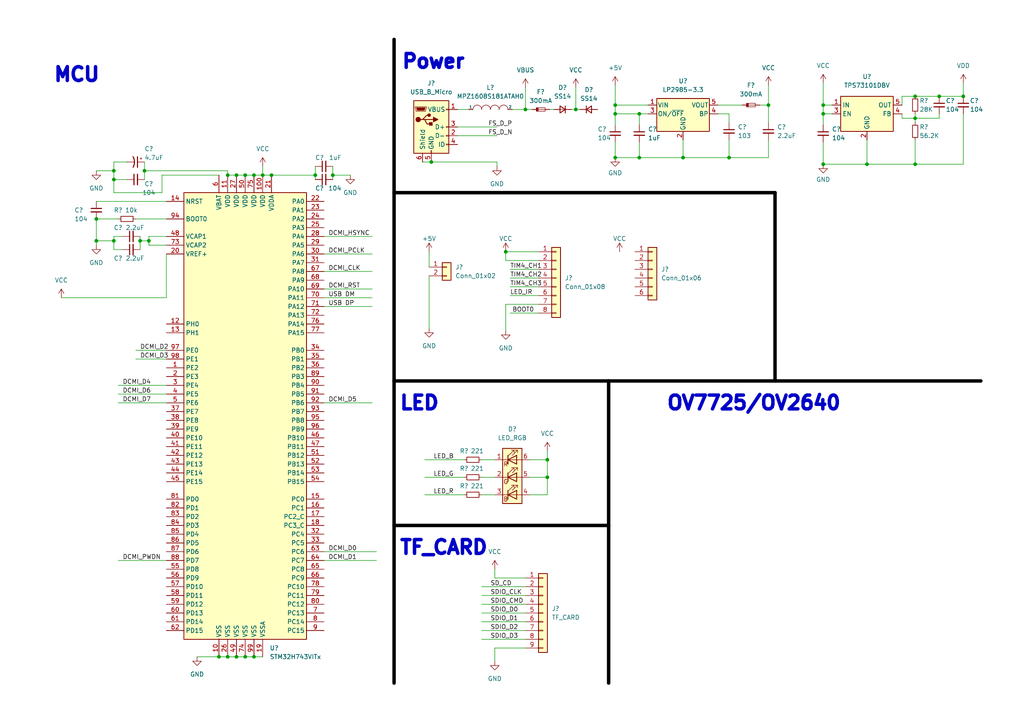
<source format=kicad_sch>
(kicad_sch (version 20211123) (generator eeschema)
  (paper "A4")
  (lib_symbols
    (symbol "Connector:USB_B_Micro" (pin_names (offset 1.016))
      (property "Reference" "J" (at -5.08 11.43 0))
      (property "Value" "USB_B_Micro" (at -5.08 8.89 0))
      (symbol "USB_B_Micro_0_1"
        (rectangle (start -5.08 -7.62) (end 5.08 7.62) (stroke (width 0.254)) (fill (type background)))
        (circle (center -3.81 2.159) (radius 0.635) (stroke (width 0.254)) (fill (type outline)))
        (circle (center -0.635 3.429) (radius 0.381) (stroke (width 0.254)) (fill (type outline)))
        (rectangle (start -0.127 -7.62) (end 0.127 -6.858))
        (polyline (pts (xy -1.905 2.159) (xy 0.635 2.159)) (stroke (width 0.254)))
        (polyline (pts (xy -3.175 2.159) (xy -2.54 2.159) (xy -1.27 3.429) (xy -0.635 3.429)) (stroke (width 0.254)))
        (polyline (pts (xy -2.54 2.159) (xy -1.905 2.159) (xy -1.27 0.889) (xy 0 0.889)) (stroke (width 0.254)))
        (polyline (pts (xy 0.635 2.794) (xy 0.635 1.524) (xy 1.905 2.159) (xy 0.635 2.794)) (stroke (width 0.254)) (fill (type outline)))
        (polyline (pts (xy -4.318 5.588) (xy -1.778 5.588) (xy -2.032 4.826) (xy -4.064 4.826) (xy -4.318 5.588)) (fill (type outline)))
        (polyline (pts (xy -4.699 5.842) (xy -4.699 5.588) (xy -4.445 4.826) (xy -4.445 4.572) (xy -1.651 4.572) (xy -1.651 4.826) (xy -1.397 5.588) (xy -1.397 5.842) (xy -4.699 5.842)))
        (rectangle (start 0.254 1.27) (end -0.508 0.508) (stroke (width 0.254)) (fill (type outline)))
        (rectangle (start 5.08 -5.207) (end 4.318 -4.953))
        (rectangle (start 5.08 -2.667) (end 4.318 -2.413))
        (rectangle (start 5.08 -0.127) (end 4.318 0.127))
        (rectangle (start 5.08 4.953) (end 4.318 5.207))
      )
      (symbol "USB_B_Micro_1_1"
        (pin power_out line (at 7.62 5.08 180) (length 2.54) (name "VBUS") (number "1"))
        (pin bidirectional line (at 7.62 -2.54 180) (length 2.54) (name "D-") (number "2"))
        (pin bidirectional line (at 7.62 0 180) (length 2.54) (name "D+") (number "3"))
        (pin passive line (at 7.62 -5.08 180) (length 2.54) (name "ID") (number "4"))
        (pin power_out line (at 0 -10.16 90) (length 2.54) (name "GND") (number "5"))
        (pin passive line (at -2.54 -10.16 90) (length 2.54) (name "Shield") (number "6"))
      )
    )
    (symbol "Connector_Generic:Conn_01x02" (pin_names (offset 1.016) hide)
      (property "Reference" "J" (at 0 2.54 0))
      (property "Value" "Conn_01x02" (at 0 -5.08 0))
      (symbol "Conn_01x02_1_1"
        (rectangle (start -1.27 -2.413) (end 0 -2.667) (stroke (width 0.1524)))
        (rectangle (start -1.27 0.127) (end 0 -0.127) (stroke (width 0.1524)))
        (rectangle (start -1.27 1.27) (end 1.27 -3.81) (stroke (width 0.254)) (fill (type background)))
        (pin passive line (at -5.08 0 0) (length 3.81) (name "Pin_1") (number "1"))
        (pin passive line (at -5.08 -2.54 0) (length 3.81) (name "Pin_2") (number "2"))
      )
    )
    (symbol "Connector_Generic:Conn_01x06" (pin_names (offset 1.016) hide)
      (property "Reference" "J" (at 0 7.62 0))
      (property "Value" "Conn_01x06" (at 0 -10.16 0))
      (symbol "Conn_01x06_1_1"
        (rectangle (start -1.27 -7.493) (end 0 -7.747) (stroke (width 0.1524)))
        (rectangle (start -1.27 -4.953) (end 0 -5.207) (stroke (width 0.1524)))
        (rectangle (start -1.27 -2.413) (end 0 -2.667) (stroke (width 0.1524)))
        (rectangle (start -1.27 0.127) (end 0 -0.127) (stroke (width 0.1524)))
        (rectangle (start -1.27 2.667) (end 0 2.413) (stroke (width 0.1524)))
        (rectangle (start -1.27 5.207) (end 0 4.953) (stroke (width 0.1524)))
        (rectangle (start -1.27 6.35) (end 1.27 -8.89) (stroke (width 0.254)) (fill (type background)))
        (pin passive line (at -5.08 5.08 0) (length 3.81) (name "Pin_1") (number "1"))
        (pin passive line (at -5.08 2.54 0) (length 3.81) (name "Pin_2") (number "2"))
        (pin passive line (at -5.08 0 0) (length 3.81) (name "Pin_3") (number "3"))
        (pin passive line (at -5.08 -2.54 0) (length 3.81) (name "Pin_4") (number "4"))
        (pin passive line (at -5.08 -5.08 0) (length 3.81) (name "Pin_5") (number "5"))
        (pin passive line (at -5.08 -7.62 0) (length 3.81) (name "Pin_6") (number "6"))
      )
    )
    (symbol "Connector_Generic:Conn_01x08" (pin_names (offset 1.016) hide)
      (property "Reference" "J" (at 0 10.16 0))
      (property "Value" "Conn_01x08" (at 0 -12.7 0))
      (symbol "Conn_01x08_1_1"
        (rectangle (start -1.27 -10.033) (end 0 -10.287) (stroke (width 0.1524)))
        (rectangle (start -1.27 -7.493) (end 0 -7.747) (stroke (width 0.1524)))
        (rectangle (start -1.27 -4.953) (end 0 -5.207) (stroke (width 0.1524)))
        (rectangle (start -1.27 -2.413) (end 0 -2.667) (stroke (width 0.1524)))
        (rectangle (start -1.27 0.127) (end 0 -0.127) (stroke (width 0.1524)))
        (rectangle (start -1.27 2.667) (end 0 2.413) (stroke (width 0.1524)))
        (rectangle (start -1.27 5.207) (end 0 4.953) (stroke (width 0.1524)))
        (rectangle (start -1.27 7.747) (end 0 7.493) (stroke (width 0.1524)))
        (rectangle (start -1.27 8.89) (end 1.27 -11.43) (stroke (width 0.254)) (fill (type background)))
        (pin passive line (at -5.08 7.62 0) (length 3.81) (name "Pin_1") (number "1"))
        (pin passive line (at -5.08 5.08 0) (length 3.81) (name "Pin_2") (number "2"))
        (pin passive line (at -5.08 2.54 0) (length 3.81) (name "Pin_3") (number "3"))
        (pin passive line (at -5.08 0 0) (length 3.81) (name "Pin_4") (number "4"))
        (pin passive line (at -5.08 -2.54 0) (length 3.81) (name "Pin_5") (number "5"))
        (pin passive line (at -5.08 -5.08 0) (length 3.81) (name "Pin_6") (number "6"))
        (pin passive line (at -5.08 -7.62 0) (length 3.81) (name "Pin_7") (number "7"))
        (pin passive line (at -5.08 -10.16 0) (length 3.81) (name "Pin_8") (number "8"))
      )
    )
    (symbol "Connector_Generic:Conn_01x09" (pin_names (offset 1.016) hide)
      (property "Reference" "J" (at 0 12.7 0))
      (property "Value" "Conn_01x09" (at 0 -12.7 0))
      (symbol "Conn_01x09_1_1"
        (rectangle (start -1.27 -10.033) (end 0 -10.287) (stroke (width 0.1524)))
        (rectangle (start -1.27 -7.493) (end 0 -7.747) (stroke (width 0.1524)))
        (rectangle (start -1.27 -4.953) (end 0 -5.207) (stroke (width 0.1524)))
        (rectangle (start -1.27 -2.413) (end 0 -2.667) (stroke (width 0.1524)))
        (rectangle (start -1.27 0.127) (end 0 -0.127) (stroke (width 0.1524)))
        (rectangle (start -1.27 2.667) (end 0 2.413) (stroke (width 0.1524)))
        (rectangle (start -1.27 5.207) (end 0 4.953) (stroke (width 0.1524)))
        (rectangle (start -1.27 7.747) (end 0 7.493) (stroke (width 0.1524)))
        (rectangle (start -1.27 10.287) (end 0 10.033) (stroke (width 0.1524)))
        (rectangle (start -1.27 11.43) (end 1.27 -11.43) (stroke (width 0.254)) (fill (type background)))
        (pin passive line (at -5.08 10.16 0) (length 3.81) (name "Pin_1") (number "1"))
        (pin passive line (at -5.08 7.62 0) (length 3.81) (name "Pin_2") (number "2"))
        (pin passive line (at -5.08 5.08 0) (length 3.81) (name "Pin_3") (number "3"))
        (pin passive line (at -5.08 2.54 0) (length 3.81) (name "Pin_4") (number "4"))
        (pin passive line (at -5.08 0 0) (length 3.81) (name "Pin_5") (number "5"))
        (pin passive line (at -5.08 -2.54 0) (length 3.81) (name "Pin_6") (number "6"))
        (pin passive line (at -5.08 -5.08 0) (length 3.81) (name "Pin_7") (number "7"))
        (pin passive line (at -5.08 -7.62 0) (length 3.81) (name "Pin_8") (number "8"))
        (pin passive line (at -5.08 -10.16 0) (length 3.81) (name "Pin_9") (number "9"))
      )
    )
    (symbol "Device:C_Polarized_Small_US" (pin_numbers hide) (pin_names (offset 0.254) hide)
      (property "Reference" "C" (at 0.254 1.778 0))
      (property "Value" "C_Polarized_Small_US" (at 0.254 -2.032 0))
      (symbol "C_Polarized_Small_US_0_1"
        (polyline (pts (xy -1.524 0.508) (xy 1.524 0.508)) (stroke (width 0.3048)))
        (polyline (pts (xy -1.27 1.524) (xy -0.762 1.524)))
        (polyline (pts (xy -1.016 1.27) (xy -1.016 1.778)))
        (arc (start 1.524 -0.762) (mid 0 -0.3734) (end -1.524 -0.762) (stroke (width 0.3048)))
      )
      (symbol "C_Polarized_Small_US_1_1"
        (pin passive line (at 0 2.54 270) (length 2.032) (name "~") (number "1"))
        (pin passive line (at 0 -2.54 90) (length 2.032) (name "~") (number "2"))
      )
    )
    (symbol "Device:C_Small" (pin_numbers hide) (pin_names (offset 0.254) hide)
      (property "Reference" "C" (at 0.254 1.778 0))
      (property "Value" "C_Small" (at 0.254 -2.032 0))
      (symbol "C_Small_0_1"
        (polyline (pts (xy -1.524 -0.508) (xy 1.524 -0.508)) (stroke (width 0.3302)))
        (polyline (pts (xy -1.524 0.508) (xy 1.524 0.508)) (stroke (width 0.3048)))
      )
      (symbol "C_Small_1_1"
        (pin passive line (at 0 2.54 270) (length 2.032) (name "~") (number "1"))
        (pin passive line (at 0 -2.54 90) (length 2.032) (name "~") (number "2"))
      )
    )
    (symbol "Device:D_Small" (pin_numbers hide) (pin_names (offset 0.254) hide)
      (property "Reference" "D" (at -1.27 2.032 0))
      (property "Value" "D_Small" (at -3.81 -2.032 0))
      (symbol "D_Small_0_1"
        (polyline (pts (xy -0.762 -1.016) (xy -0.762 1.016)) (stroke (width 0.254)))
        (polyline (pts (xy -0.762 0) (xy 0.762 0)))
        (polyline (pts (xy 0.762 -1.016) (xy -0.762 0) (xy 0.762 1.016) (xy 0.762 -1.016)) (stroke (width 0.254)))
      )
      (symbol "D_Small_1_1"
        (pin passive line (at -2.54 0 0) (length 1.778) (name "K") (number "1"))
        (pin passive line (at 2.54 0 180) (length 1.778) (name "A") (number "2"))
      )
    )
    (symbol "Device:Fuse_Polarized_Small" (pin_numbers hide) (pin_names (offset 0.254) hide)
      (property "Reference" "F" (at 0.254 -1.524 0))
      (property "Value" "Fuse_Polarized_Small" (at 0 1.524 0))
      (symbol "Fuse_Polarized_Small_0_1"
        (rectangle (start -1.27 0.508) (end -0.762 -0.508) (fill (type outline)))
        (rectangle (start -1.27 0.508) (end 1.27 -0.508))
        (polyline (pts (xy -1.27 0) (xy 1.27 0)))
      )
      (symbol "Fuse_Polarized_Small_1_1"
        (pin power_in line (at -2.54 0 0) (length 1.27) (name "~") (number "1"))
        (pin power_out line (at 2.54 0 180) (length 1.27) (name "~") (number "2"))
      )
    )
    (symbol "Device:LED_RGB" (pin_names (offset 0) hide)
      (property "Reference" "D" (at 0 9.398 0))
      (property "Value" "LED_RGB" (at 0 -8.89 0))
      (symbol "LED_RGB_0_0"
        (text "B" (at -1.905 -6.35 0) (effects (font (size 1.27 1.27))))
        (text "G" (at -1.905 -1.27 0) (effects (font (size 1.27 1.27))))
        (text "R" (at -1.905 3.81 0) (effects (font (size 1.27 1.27))))
      )
      (symbol "LED_RGB_0_1"
        (polyline (pts (xy -1.27 -5.08) (xy -2.54 -5.08)))
        (polyline (pts (xy -1.27 -5.08) (xy 1.27 -5.08)))
        (polyline (pts (xy -1.27 -3.81) (xy -1.27 -6.35)) (stroke (width 0.254)))
        (polyline (pts (xy -1.27 0) (xy -2.54 0)))
        (polyline (pts (xy -1.27 1.27) (xy -1.27 -1.27)) (stroke (width 0.254)))
        (polyline (pts (xy -1.27 5.08) (xy -2.54 5.08)))
        (polyline (pts (xy -1.27 5.08) (xy 1.27 5.08)))
        (polyline (pts (xy -1.27 6.35) (xy -1.27 3.81)) (stroke (width 0.254)))
        (polyline (pts (xy 1.27 -5.08) (xy 2.54 -5.08)))
        (polyline (pts (xy 1.27 0) (xy -1.27 0)))
        (polyline (pts (xy 1.27 0) (xy 2.54 0)))
        (polyline (pts (xy 1.27 5.08) (xy 2.54 5.08)))
        (polyline (pts (xy -1.27 1.27) (xy -1.27 -1.27) (xy -1.27 -1.27)))
        (polyline (pts (xy -1.27 6.35) (xy -1.27 3.81) (xy -1.27 3.81)))
        (polyline (pts (xy 1.27 -3.81) (xy 1.27 -6.35) (xy -1.27 -5.08) (xy 1.27 -3.81)) (stroke (width 0.254)))
        (polyline (pts (xy 1.27 1.27) (xy 1.27 -1.27) (xy -1.27 0) (xy 1.27 1.27)) (stroke (width 0.254)))
        (polyline (pts (xy 1.27 6.35) (xy 1.27 3.81) (xy -1.27 5.08) (xy 1.27 6.35)) (stroke (width 0.254)))
        (polyline (pts (xy -1.016 -3.81) (xy 0.508 -2.286) (xy -0.254 -2.286) (xy 0.508 -2.286) (xy 0.508 -3.048)))
        (polyline (pts (xy -1.016 1.27) (xy 0.508 2.794) (xy -0.254 2.794) (xy 0.508 2.794) (xy 0.508 2.032)))
        (polyline (pts (xy -1.016 6.35) (xy 0.508 7.874) (xy -0.254 7.874) (xy 0.508 7.874) (xy 0.508 7.112)))
        (polyline (pts (xy 0 -3.81) (xy 1.524 -2.286) (xy 0.762 -2.286) (xy 1.524 -2.286) (xy 1.524 -3.048)))
        (polyline (pts (xy 0 1.27) (xy 1.524 2.794) (xy 0.762 2.794) (xy 1.524 2.794) (xy 1.524 2.032)))
        (polyline (pts (xy 0 6.35) (xy 1.524 7.874) (xy 0.762 7.874) (xy 1.524 7.874) (xy 1.524 7.112)))
        (rectangle (start 1.27 -1.27) (end 1.27 1.27))
        (rectangle (start 1.27 1.27) (end 1.27 1.27))
        (rectangle (start 1.27 3.81) (end 1.27 6.35))
        (rectangle (start 1.27 6.35) (end 1.27 6.35))
        (rectangle (start 2.794 8.382) (end -2.794 -7.62) (stroke (width 0.254)) (fill (type background)))
      )
      (symbol "LED_RGB_1_1"
        (pin passive line (at -5.08 5.08 0) (length 2.54) (name "RK") (number "1"))
        (pin passive line (at -5.08 0 0) (length 2.54) (name "GK") (number "2"))
        (pin passive line (at -5.08 -5.08 0) (length 2.54) (name "BK") (number "3"))
        (pin passive line (at 5.08 -5.08 180) (length 2.54) (name "BA") (number "4"))
        (pin passive line (at 5.08 0 180) (length 2.54) (name "GA") (number "5"))
        (pin passive line (at 5.08 5.08 180) (length 2.54) (name "RA") (number "6"))
      )
    )
    (symbol "Device:R_Small" (pin_numbers hide) (pin_names (offset 0.254) hide)
      (property "Reference" "R" (at 0.762 0.508 0))
      (property "Value" "R_Small" (at 0.762 -1.016 0))
      (symbol "R_Small_0_1"
        (rectangle (start -0.762 1.778) (end 0.762 -1.778) (stroke (width 0.2032)))
      )
      (symbol "R_Small_1_1"
        (pin passive line (at 0 2.54 270) (length 0.762) (name "~") (number "1"))
        (pin passive line (at 0 -2.54 90) (length 0.762) (name "~") (number "2"))
      )
    )
    (symbol "MCU_ST_STM32H7:STM32H743VITx"
      (property "Reference" "U" (at -17.78 64.77 0))
      (property "Value" "STM32H743VITx" (at 10.16 64.77 0))
      (symbol "STM32H743VITx_0_1"
        (rectangle (start -17.78 -66.04) (end 17.78 63.5) (stroke (width 0.254)) (fill (type background)))
      )
      (symbol "STM32H743VITx_1_1"
        (pin bidirectional line (at -22.86 12.7 0) (length 5.08) (name "PE2") (number "1"))
        (pin power_in line (at -7.62 -71.12 90) (length 5.08) (name "VSS") (number "10"))
        (pin power_in line (at 5.08 68.58 270) (length 5.08) (name "VDD") (number "100"))
        (pin power_in line (at -5.08 68.58 270) (length 5.08) (name "VDD") (number "11"))
        (pin input line (at -22.86 25.4 0) (length 5.08) (name "PH0") (number "12"))
        (pin input line (at -22.86 22.86 0) (length 5.08) (name "PH1") (number "13"))
        (pin input line (at -22.86 60.96 0) (length 5.08) (name "NRST") (number "14"))
        (pin bidirectional line (at 22.86 -25.4 180) (length 5.08) (name "PC0") (number "15"))
        (pin bidirectional line (at 22.86 -27.94 180) (length 5.08) (name "PC1") (number "16"))
        (pin bidirectional line (at 22.86 -30.48 180) (length 5.08) (name "PC2_C") (number "17"))
        (pin bidirectional line (at 22.86 -33.02 180) (length 5.08) (name "PC3_C") (number "18"))
        (pin power_in line (at 5.08 -71.12 90) (length 5.08) (name "VSSA") (number "19"))
        (pin bidirectional line (at -22.86 10.16 0) (length 5.08) (name "PE3") (number "2"))
        (pin bidirectional line (at -22.86 45.72 0) (length 5.08) (name "VREF+") (number "20"))
        (pin power_in line (at 7.62 68.58 270) (length 5.08) (name "VDDA") (number "21"))
        (pin bidirectional line (at 22.86 60.96 180) (length 5.08) (name "PA0") (number "22"))
        (pin bidirectional line (at 22.86 58.42 180) (length 5.08) (name "PA1") (number "23"))
        (pin bidirectional line (at 22.86 55.88 180) (length 5.08) (name "PA2") (number "24"))
        (pin bidirectional line (at 22.86 53.34 180) (length 5.08) (name "PA3") (number "25"))
        (pin power_in line (at -5.08 -71.12 90) (length 5.08) (name "VSS") (number "26"))
        (pin power_in line (at -2.54 68.58 270) (length 5.08) (name "VDD") (number "27"))
        (pin bidirectional line (at 22.86 50.8 180) (length 5.08) (name "PA4") (number "28"))
        (pin bidirectional line (at 22.86 48.26 180) (length 5.08) (name "PA5") (number "29"))
        (pin bidirectional line (at -22.86 7.62 0) (length 5.08) (name "PE4") (number "3"))
        (pin bidirectional line (at 22.86 45.72 180) (length 5.08) (name "PA6") (number "30"))
        (pin bidirectional line (at 22.86 43.18 180) (length 5.08) (name "PA7") (number "31"))
        (pin bidirectional line (at 22.86 -35.56 180) (length 5.08) (name "PC4") (number "32"))
        (pin bidirectional line (at 22.86 -38.1 180) (length 5.08) (name "PC5") (number "33"))
        (pin bidirectional line (at 22.86 17.78 180) (length 5.08) (name "PB0") (number "34"))
        (pin bidirectional line (at 22.86 15.24 180) (length 5.08) (name "PB1") (number "35"))
        (pin bidirectional line (at 22.86 12.7 180) (length 5.08) (name "PB2") (number "36"))
        (pin bidirectional line (at -22.86 0 0) (length 5.08) (name "PE7") (number "37"))
        (pin bidirectional line (at -22.86 -2.54 0) (length 5.08) (name "PE8") (number "38"))
        (pin bidirectional line (at -22.86 -5.08 0) (length 5.08) (name "PE9") (number "39"))
        (pin bidirectional line (at -22.86 5.08 0) (length 5.08) (name "PE5") (number "4"))
        (pin bidirectional line (at -22.86 -7.62 0) (length 5.08) (name "PE10") (number "40"))
        (pin bidirectional line (at -22.86 -10.16 0) (length 5.08) (name "PE11") (number "41"))
        (pin bidirectional line (at -22.86 -12.7 0) (length 5.08) (name "PE12") (number "42"))
        (pin bidirectional line (at -22.86 -15.24 0) (length 5.08) (name "PE13") (number "43"))
        (pin bidirectional line (at -22.86 -17.78 0) (length 5.08) (name "PE14") (number "44"))
        (pin bidirectional line (at -22.86 -20.32 0) (length 5.08) (name "PE15") (number "45"))
        (pin bidirectional line (at 22.86 -7.62 180) (length 5.08) (name "PB10") (number "46"))
        (pin bidirectional line (at 22.86 -10.16 180) (length 5.08) (name "PB11") (number "47"))
        (pin power_in line (at -22.86 50.8 0) (length 5.08) (name "VCAP1") (number "48"))
        (pin power_in line (at -2.54 -71.12 90) (length 5.08) (name "VSS") (number "49"))
        (pin bidirectional line (at -22.86 2.54 0) (length 5.08) (name "PE6") (number "5"))
        (pin power_in line (at 0 68.58 270) (length 5.08) (name "VDD") (number "50"))
        (pin bidirectional line (at 22.86 -12.7 180) (length 5.08) (name "PB12") (number "51"))
        (pin bidirectional line (at 22.86 -15.24 180) (length 5.08) (name "PB13") (number "52"))
        (pin bidirectional line (at 22.86 -17.78 180) (length 5.08) (name "PB14") (number "53"))
        (pin bidirectional line (at 22.86 -20.32 180) (length 5.08) (name "PB15") (number "54"))
        (pin bidirectional line (at -22.86 -45.72 0) (length 5.08) (name "PD8") (number "55"))
        (pin bidirectional line (at -22.86 -48.26 0) (length 5.08) (name "PD9") (number "56"))
        (pin bidirectional line (at -22.86 -50.8 0) (length 5.08) (name "PD10") (number "57"))
        (pin bidirectional line (at -22.86 -53.34 0) (length 5.08) (name "PD11") (number "58"))
        (pin bidirectional line (at -22.86 -55.88 0) (length 5.08) (name "PD12") (number "59"))
        (pin power_in line (at -7.62 68.58 270) (length 5.08) (name "VBAT") (number "6"))
        (pin bidirectional line (at -22.86 -58.42 0) (length 5.08) (name "PD13") (number "60"))
        (pin bidirectional line (at -22.86 -60.96 0) (length 5.08) (name "PD14") (number "61"))
        (pin bidirectional line (at -22.86 -63.5 0) (length 5.08) (name "PD15") (number "62"))
        (pin bidirectional line (at 22.86 -40.64 180) (length 5.08) (name "PC6") (number "63"))
        (pin bidirectional line (at 22.86 -43.18 180) (length 5.08) (name "PC7") (number "64"))
        (pin bidirectional line (at 22.86 -45.72 180) (length 5.08) (name "PC8") (number "65"))
        (pin bidirectional line (at 22.86 -48.26 180) (length 5.08) (name "PC9") (number "66"))
        (pin bidirectional line (at 22.86 40.64 180) (length 5.08) (name "PA8") (number "67"))
        (pin bidirectional line (at 22.86 38.1 180) (length 5.08) (name "PA9") (number "68"))
        (pin bidirectional line (at 22.86 35.56 180) (length 5.08) (name "PA10") (number "69"))
        (pin bidirectional line (at 22.86 -58.42 180) (length 5.08) (name "PC13") (number "7"))
        (pin bidirectional line (at 22.86 33.02 180) (length 5.08) (name "PA11") (number "70"))
        (pin bidirectional line (at 22.86 30.48 180) (length 5.08) (name "PA12") (number "71"))
        (pin bidirectional line (at 22.86 27.94 180) (length 5.08) (name "PA13") (number "72"))
        (pin power_in line (at -22.86 48.26 0) (length 5.08) (name "VCAP2") (number "73"))
        (pin power_in line (at 0 -71.12 90) (length 5.08) (name "VSS") (number "74"))
        (pin power_in line (at 2.54 68.58 270) (length 5.08) (name "VDD") (number "75"))
        (pin bidirectional line (at 22.86 25.4 180) (length 5.08) (name "PA14") (number "76"))
        (pin bidirectional line (at 22.86 22.86 180) (length 5.08) (name "PA15") (number "77"))
        (pin bidirectional line (at 22.86 -50.8 180) (length 5.08) (name "PC10") (number "78"))
        (pin bidirectional line (at 22.86 -53.34 180) (length 5.08) (name "PC11") (number "79"))
        (pin bidirectional line (at 22.86 -60.96 180) (length 5.08) (name "PC14") (number "8"))
        (pin bidirectional line (at 22.86 -55.88 180) (length 5.08) (name "PC12") (number "80"))
        (pin bidirectional line (at -22.86 -25.4 0) (length 5.08) (name "PD0") (number "81"))
        (pin bidirectional line (at -22.86 -27.94 0) (length 5.08) (name "PD1") (number "82"))
        (pin bidirectional line (at -22.86 -30.48 0) (length 5.08) (name "PD2") (number "83"))
        (pin bidirectional line (at -22.86 -33.02 0) (length 5.08) (name "PD3") (number "84"))
        (pin bidirectional line (at -22.86 -35.56 0) (length 5.08) (name "PD4") (number "85"))
        (pin bidirectional line (at -22.86 -38.1 0) (length 5.08) (name "PD5") (number "86"))
        (pin bidirectional line (at -22.86 -40.64 0) (length 5.08) (name "PD6") (number "87"))
        (pin bidirectional line (at -22.86 -43.18 0) (length 5.08) (name "PD7") (number "88"))
        (pin bidirectional line (at 22.86 10.16 180) (length 5.08) (name "PB3") (number "89"))
        (pin bidirectional line (at 22.86 -63.5 180) (length 5.08) (name "PC15") (number "9"))
        (pin bidirectional line (at 22.86 7.62 180) (length 5.08) (name "PB4") (number "90"))
        (pin bidirectional line (at 22.86 5.08 180) (length 5.08) (name "PB5") (number "91"))
        (pin bidirectional line (at 22.86 2.54 180) (length 5.08) (name "PB6") (number "92"))
        (pin bidirectional line (at 22.86 0 180) (length 5.08) (name "PB7") (number "93"))
        (pin input line (at -22.86 55.88 0) (length 5.08) (name "BOOT0") (number "94"))
        (pin bidirectional line (at 22.86 -2.54 180) (length 5.08) (name "PB8") (number "95"))
        (pin bidirectional line (at 22.86 -5.08 180) (length 5.08) (name "PB9") (number "96"))
        (pin bidirectional line (at -22.86 17.78 0) (length 5.08) (name "PE0") (number "97"))
        (pin bidirectional line (at -22.86 15.24 0) (length 5.08) (name "PE1") (number "98"))
        (pin power_in line (at 2.54 -71.12 90) (length 5.08) (name "VSS") (number "99"))
      )
    )
    (symbol "Regulator_Linear:LP2985-3.3" (pin_names (offset 0.254))
      (property "Reference" "U" (at -6.35 5.715 0))
      (property "Value" "LP2985-3.3" (at 0 5.715 0))
      (symbol "LP2985-3.3_0_1"
        (rectangle (start -7.62 -5.08) (end 7.62 4.445) (stroke (width 0.254)) (fill (type background)))
      )
      (symbol "LP2985-3.3_1_1"
        (pin power_in line (at -10.16 2.54 0) (length 2.54) (name "VIN") (number "1"))
        (pin power_in line (at 0 -7.62 90) (length 2.54) (name "GND") (number "2"))
        (pin input line (at -10.16 0 0) (length 2.54) (name "ON/~{OFF}") (number "3"))
        (pin input line (at 10.16 0 180) (length 2.54) (name "BP") (number "4"))
        (pin power_out line (at 10.16 2.54 180) (length 2.54) (name "VOUT") (number "5"))
      )
    )
    (symbol "Regulator_Linear:TPS73101DBV"
      (property "Reference" "U" (at -6.35 6.35 0))
      (property "Value" "TPS73101DBV" (at 0 6.35 0))
      (symbol "TPS73101DBV_0_1"
        (rectangle (start -7.62 -5.08) (end 7.62 5.08) (stroke (width 0.254)) (fill (type background)))
      )
      (symbol "TPS73101DBV_1_1"
        (pin power_in line (at -10.16 2.54 0) (length 2.54) (name "IN") (number "1"))
        (pin power_in line (at 0 -7.62 90) (length 2.54) (name "GND") (number "2"))
        (pin input line (at -10.16 0 0) (length 2.54) (name "EN") (number "3"))
        (pin input line (at 10.16 0 180) (length 2.54) (name "FB") (number "4"))
        (pin power_out line (at 10.16 2.54 180) (length 2.54) (name "OUT") (number "5"))
      )
    )
    (symbol "power:+5V" (power) (pin_names (offset 0))
      (property "Value" "+5V" (at 0 3.556 0))
      (symbol "+5V_0_1"
        (polyline (pts (xy -0.762 1.27) (xy 0 2.54)))
        (polyline (pts (xy 0 0) (xy 0 2.54)))
        (polyline (pts (xy 0 2.54) (xy 0.762 1.27)))
      )
      (symbol "+5V_1_1"
        (pin power_in line (at 0 0 90) (length 0) hide (name "+5V") (number "1"))
      )
    )
    (symbol "power:GND" (power) (pin_names (offset 0))
      (property "Value" "GND" (at 0 -3.81 0))
      (symbol "GND_0_1"
        (polyline (pts (xy 0 0) (xy 0 -1.27) (xy 1.27 -1.27) (xy 0 -2.54) (xy -1.27 -1.27) (xy 0 -1.27)))
      )
      (symbol "GND_1_1"
        (pin power_in line (at 0 0 270) (length 0) hide (name "GND") (number "1"))
      )
    )
    (symbol "power:VBUS" (power) (pin_names (offset 0))
      (property "Value" "VBUS" (at 0 3.81 0))
      (symbol "VBUS_0_1"
        (polyline (pts (xy -0.762 1.27) (xy 0 2.54)))
        (polyline (pts (xy 0 0) (xy 0 2.54)))
        (polyline (pts (xy 0 2.54) (xy 0.762 1.27)))
      )
      (symbol "VBUS_1_1"
        (pin power_in line (at 0 0 90) (length 0) hide (name "VBUS") (number "1"))
      )
    )
    (symbol "power:VCC" (power) (pin_names (offset 0))
      (property "Value" "VCC" (at 0 3.81 0))
      (symbol "VCC_0_1"
        (polyline (pts (xy -0.762 1.27) (xy 0 2.54)))
        (polyline (pts (xy 0 0) (xy 0 2.54)))
        (polyline (pts (xy 0 2.54) (xy 0.762 1.27)))
      )
      (symbol "VCC_1_1"
        (pin power_in line (at 0 0 90) (length 0) hide (name "VCC") (number "1"))
      )
    )
    (symbol "power:VDD" (power) (pin_names (offset 0))
      (property "Value" "VDD" (at 0 3.81 0))
      (symbol "VDD_0_1"
        (polyline (pts (xy -0.762 1.27) (xy 0 2.54)))
        (polyline (pts (xy 0 0) (xy 0 2.54)))
        (polyline (pts (xy 0 2.54) (xy 0.762 1.27)))
      )
      (symbol "VDD_1_1"
        (pin power_in line (at 0 0 90) (length 0) hide (name "VDD") (number "1"))
      )
    )
    (symbol "pspice:INDUCTOR" (pin_numbers hide) (pin_names (offset 0))
      (property "Reference" "L" (at 0 2.54 0))
      (property "Value" "INDUCTOR" (at 0 -1.27 0))
      (symbol "INDUCTOR_0_1"
        (arc (start -2.54 0) (mid -3.81 1.27) (end -5.08 0))
        (arc (start 0 0) (mid -1.27 1.27) (end -2.54 0))
        (arc (start 2.54 0) (mid 1.27 1.27) (end 0 0))
        (arc (start 5.08 0) (mid 3.81 1.27) (end 2.54 0))
      )
      (symbol "INDUCTOR_1_1"
        (pin input line (at -6.35 0 0) (length 1.27) (name "1") (number "1"))
        (pin input line (at 6.35 0 180) (length 1.27) (name "2") (number "2"))
      )
    )
  )
  (junction (at 265.43 34.29))
  (junction (at 158.75 138.43))
  (junction (at 211.455 45.72))
  (junction (at 91.44 50.8))
  (junction (at 178.435 45.72))
  (junction (at 152.4 31.75))
  (junction (at 158.75 133.35))
  (junction (at 63.5 190.5))
  (junction (at 27.94 63.5))
  (junction (at 178.435 33.02))
  (junction (at 73.66 190.5))
  (junction (at 222.885 30.48))
  (junction (at 185.42 33.02))
  (junction (at 146.685 73.025))
  (junction (at 167.005 31.75))
  (junction (at 33.02 49.53))
  (junction (at 73.66 50.8))
  (junction (at 279.4 27.94))
  (junction (at 198.12 45.72))
  (junction (at 78.74 50.8))
  (junction (at 27.94 69.85))
  (junction (at 178.435 30.48))
  (junction (at 68.58 190.5))
  (junction (at 71.12 50.8))
  (junction (at 40.64 69.85))
  (junction (at 251.46 47.625))
  (junction (at 76.2 50.8))
  (junction (at 33.02 69.85))
  (junction (at 238.76 47.625))
  (junction (at 43.18 69.85))
  (junction (at 66.04 50.8))
  (junction (at 265.43 27.94))
  (junction (at 185.42 45.72))
  (junction (at 33.02 52.07))
  (junction (at 41.91 49.53))
  (junction (at 125.095 46.99))
  (junction (at 96.52 50.8))
  (junction (at 265.43 47.625))
  (junction (at 71.12 190.5))
  (junction (at 66.04 190.5))
  (junction (at 238.76 30.48))
  (junction (at 68.58 50.8))
  (junction (at 272.415 27.94))
  (junction (at 238.76 33.02))
  (wire (pts (xy 93.98 78.74) (xy 107.95 78.74)))
  (wire (pts (xy 34.29 162.56) (xy 48.26 162.56)))
  (wire (pts (xy 178.435 33.02) (xy 178.435 36.195)))
  (polyline (pts (xy 176.53 110.49) (xy 176.53 152.4)) (stroke (width 1) (type solid) (color 0 0 0 1)))
  (wire (pts (xy 265.43 27.94) (xy 272.415 27.94)))
  (wire (pts (xy 178.435 33.02) (xy 178.435 30.48)))
  (wire (pts (xy 33.02 46.99) (xy 36.83 46.99)))
  (wire (pts (xy 27.94 69.85) (xy 33.02 69.85)))
  (wire (pts (xy 238.76 33.02) (xy 238.76 36.195)))
  (wire (pts (xy 261.62 34.29) (xy 265.43 34.29)))
  (wire (pts (xy 73.66 190.5) (xy 76.2 190.5)))
  (wire (pts (xy 46.99 55.88) (xy 46.99 50.8)))
  (wire (pts (xy 33.02 52.07) (xy 33.02 55.88)))
  (wire (pts (xy 78.74 50.8) (xy 91.44 50.8)))
  (wire (pts (xy 71.12 190.5) (xy 73.66 190.5)))
  (wire (pts (xy 178.435 30.48) (xy 187.96 30.48)))
  (wire (pts (xy 272.415 34.29) (xy 272.415 33.02)))
  (wire (pts (xy 147.955 90.805) (xy 156.21 90.805)))
  (wire (pts (xy 93.98 162.56) (xy 109.22 162.56)))
  (wire (pts (xy 43.18 69.85) (xy 43.18 68.58)))
  (wire (pts (xy 39.37 104.14) (xy 48.26 104.14)))
  (wire (pts (xy 66.04 50.8) (xy 68.58 50.8)))
  (wire (pts (xy 178.435 41.275) (xy 178.435 45.72)))
  (wire (pts (xy 167.005 31.75) (xy 168.275 31.75)))
  (wire (pts (xy 33.02 55.88) (xy 46.99 55.88)))
  (wire (pts (xy 241.3 30.48) (xy 238.76 30.48)))
  (wire (pts (xy 66.04 190.5) (xy 68.58 190.5)))
  (wire (pts (xy 238.76 24.13) (xy 238.76 30.48)))
  (wire (pts (xy 39.37 63.5) (xy 48.26 63.5)))
  (wire (pts (xy 261.62 33.02) (xy 261.62 34.29)))
  (wire (pts (xy 147.955 78.105) (xy 156.21 78.105)))
  (wire (pts (xy 146.685 88.265) (xy 146.685 95.885)))
  (wire (pts (xy 139.7 177.8) (xy 152.4 177.8)))
  (wire (pts (xy 261.62 27.94) (xy 265.43 27.94)))
  (wire (pts (xy 139.7 180.34) (xy 152.4 180.34)))
  (wire (pts (xy 93.98 68.58) (xy 107.95 68.58)))
  (wire (pts (xy 139.7 143.51) (xy 143.51 143.51)))
  (wire (pts (xy 139.7 138.43) (xy 143.51 138.43)))
  (wire (pts (xy 48.26 86.36) (xy 17.78 86.36)))
  (wire (pts (xy 76.2 50.8) (xy 78.74 50.8)))
  (wire (pts (xy 211.455 40.64) (xy 211.455 45.72)))
  (wire (pts (xy 122.555 46.99) (xy 125.095 46.99)))
  (wire (pts (xy 279.4 24.13) (xy 279.4 27.94)))
  (wire (pts (xy 143.51 187.96) (xy 143.51 191.77)))
  (wire (pts (xy 93.98 160.02) (xy 109.22 160.02)))
  (wire (pts (xy 123.19 143.51) (xy 134.62 143.51)))
  (wire (pts (xy 208.28 33.02) (xy 211.455 33.02)))
  (wire (pts (xy 34.29 111.76) (xy 48.26 111.76)))
  (wire (pts (xy 208.28 30.48) (xy 215.265 30.48)))
  (wire (pts (xy 66.04 50.8) (xy 66.04 49.53)))
  (wire (pts (xy 146.685 73.025) (xy 156.21 73.025)))
  (wire (pts (xy 46.99 50.8) (xy 63.5 50.8)))
  (wire (pts (xy 146.685 73.025) (xy 146.685 75.565)))
  (wire (pts (xy 147.955 85.725) (xy 156.21 85.725)))
  (wire (pts (xy 222.885 40.64) (xy 222.885 45.72)))
  (wire (pts (xy 178.435 24.765) (xy 178.435 30.48)))
  (wire (pts (xy 93.98 73.66) (xy 107.95 73.66)))
  (wire (pts (xy 40.64 72.39) (xy 40.64 69.85)))
  (wire (pts (xy 33.02 46.99) (xy 33.02 49.53)))
  (wire (pts (xy 185.42 41.275) (xy 185.42 45.72)))
  (wire (pts (xy 48.26 73.66) (xy 48.26 86.36)))
  (wire (pts (xy 139.7 172.72) (xy 152.4 172.72)))
  (wire (pts (xy 33.02 68.58) (xy 33.02 69.85)))
  (wire (pts (xy 143.51 165.1) (xy 143.51 167.64)))
  (wire (pts (xy 144.145 46.99) (xy 144.145 48.26)))
  (wire (pts (xy 198.12 40.64) (xy 198.12 45.72)))
  (polyline (pts (xy 114.3 110.49) (xy 114.3 198.12)) (stroke (width 1) (type solid) (color 0 0 0 1)))
  (wire (pts (xy 139.7 185.42) (xy 152.4 185.42)))
  (wire (pts (xy 272.415 27.94) (xy 279.4 27.94)))
  (wire (pts (xy 73.66 50.8) (xy 76.2 50.8)))
  (wire (pts (xy 159.385 31.75) (xy 160.655 31.75)))
  (wire (pts (xy 27.94 63.5) (xy 27.94 69.85)))
  (wire (pts (xy 152.4 31.75) (xy 148.59 31.75)))
  (wire (pts (xy 132.715 39.37) (xy 144.145 39.37)))
  (polyline (pts (xy 114.3 11.43) (xy 114.3 110.49)) (stroke (width 1) (type solid) (color 0 0 0 1)))
  (wire (pts (xy 165.735 31.75) (xy 167.005 31.75)))
  (wire (pts (xy 93.98 83.82) (xy 107.95 83.82)))
  (wire (pts (xy 41.91 49.53) (xy 41.91 52.07)))
  (wire (pts (xy 27.94 58.42) (xy 48.26 58.42)))
  (wire (pts (xy 132.715 36.83) (xy 144.145 36.83)))
  (wire (pts (xy 33.02 49.53) (xy 33.02 52.07)))
  (polyline (pts (xy 224.79 55.88) (xy 114.3 55.88)) (stroke (width 1) (type solid) (color 0 0 0 1)))
  (wire (pts (xy 265.43 34.29) (xy 272.415 34.29)))
  (wire (pts (xy 33.02 68.58) (xy 35.56 68.58)))
  (wire (pts (xy 132.715 31.75) (xy 135.89 31.75)))
  (wire (pts (xy 139.7 175.26) (xy 152.4 175.26)))
  (wire (pts (xy 265.43 47.625) (xy 279.4 47.625)))
  (wire (pts (xy 40.64 69.85) (xy 40.64 68.58)))
  (wire (pts (xy 76.2 48.26) (xy 76.2 50.8)))
  (wire (pts (xy 40.64 69.85) (xy 43.18 69.85)))
  (wire (pts (xy 43.18 69.85) (xy 43.18 71.12)))
  (wire (pts (xy 185.42 33.02) (xy 185.42 36.195)))
  (wire (pts (xy 158.75 138.43) (xy 158.75 133.35)))
  (wire (pts (xy 43.18 68.58) (xy 48.26 68.58)))
  (wire (pts (xy 265.43 33.02) (xy 265.43 34.29)))
  (wire (pts (xy 66.04 49.53) (xy 41.91 49.53)))
  (wire (pts (xy 238.76 30.48) (xy 238.76 33.02)))
  (wire (pts (xy 279.4 47.625) (xy 279.4 33.02)))
  (wire (pts (xy 222.885 30.48) (xy 222.885 35.56)))
  (wire (pts (xy 33.02 52.07) (xy 36.83 52.07)))
  (wire (pts (xy 153.67 143.51) (xy 158.75 143.51)))
  (wire (pts (xy 251.46 47.625) (xy 265.43 47.625)))
  (polyline (pts (xy 176.53 152.4) (xy 114.3 152.4)) (stroke (width 1) (type solid) (color 0 0 0 1)))
  (polyline (pts (xy 284.48 110.49) (xy 114.3 110.49)) (stroke (width 1) (type solid) (color 0 0 0 1)))
  (wire (pts (xy 152.4 25.4) (xy 152.4 31.75)))
  (wire (pts (xy 33.02 69.85) (xy 33.02 72.39)))
  (wire (pts (xy 41.91 46.99) (xy 41.91 49.53)))
  (wire (pts (xy 93.98 88.9) (xy 107.95 88.9)))
  (wire (pts (xy 211.455 45.72) (xy 198.12 45.72)))
  (wire (pts (xy 139.7 133.35) (xy 143.51 133.35)))
  (wire (pts (xy 251.46 40.64) (xy 251.46 47.625)))
  (wire (pts (xy 153.67 133.35) (xy 158.75 133.35)))
  (polyline (pts (xy 224.79 110.49) (xy 224.79 55.88)) (stroke (width 1) (type solid) (color 0 0 0 1)))
  (wire (pts (xy 153.67 138.43) (xy 158.75 138.43)))
  (wire (pts (xy 124.46 73.025) (xy 124.46 77.47)))
  (wire (pts (xy 43.18 71.12) (xy 48.26 71.12)))
  (wire (pts (xy 146.685 75.565) (xy 156.21 75.565)))
  (wire (pts (xy 158.75 143.51) (xy 158.75 138.43)))
  (wire (pts (xy 143.51 167.64) (xy 152.4 167.64)))
  (wire (pts (xy 178.435 33.02) (xy 185.42 33.02)))
  (wire (pts (xy 238.76 41.275) (xy 238.76 47.625)))
  (wire (pts (xy 35.56 72.39) (xy 33.02 72.39)))
  (wire (pts (xy 71.12 50.8) (xy 73.66 50.8)))
  (wire (pts (xy 27.94 71.12) (xy 27.94 69.85)))
  (wire (pts (xy 265.43 47.625) (xy 265.43 40.64)))
  (wire (pts (xy 147.955 80.645) (xy 156.21 80.645)))
  (wire (pts (xy 93.98 116.84) (xy 107.95 116.84)))
  (wire (pts (xy 34.29 114.3) (xy 48.26 114.3)))
  (wire (pts (xy 63.5 190.5) (xy 66.04 190.5)))
  (wire (pts (xy 34.29 116.84) (xy 48.26 116.84)))
  (wire (pts (xy 96.52 48.26) (xy 96.52 50.8)))
  (wire (pts (xy 57.15 190.5) (xy 63.5 190.5)))
  (wire (pts (xy 265.43 34.29) (xy 265.43 35.56)))
  (wire (pts (xy 147.955 83.185) (xy 156.21 83.185)))
  (wire (pts (xy 96.52 50.8) (xy 96.52 52.07)))
  (wire (pts (xy 139.7 182.88) (xy 152.4 182.88)))
  (wire (pts (xy 91.44 50.8) (xy 91.44 52.07)))
  (wire (pts (xy 152.4 31.75) (xy 154.305 31.75)))
  (wire (pts (xy 91.44 50.8) (xy 91.44 48.26)))
  (wire (pts (xy 211.455 33.02) (xy 211.455 35.56)))
  (wire (pts (xy 220.345 30.48) (xy 222.885 30.48)))
  (wire (pts (xy 198.12 45.72) (xy 185.42 45.72)))
  (wire (pts (xy 96.52 50.8) (xy 101.6 50.8)))
  (wire (pts (xy 146.685 88.265) (xy 156.21 88.265)))
  (wire (pts (xy 123.19 138.43) (xy 134.62 138.43)))
  (wire (pts (xy 158.75 133.35) (xy 158.75 130.81)))
  (wire (pts (xy 34.29 63.5) (xy 27.94 63.5)))
  (wire (pts (xy 222.885 24.765) (xy 222.885 30.48)))
  (wire (pts (xy 251.46 47.625) (xy 238.76 47.625)))
  (wire (pts (xy 222.885 45.72) (xy 211.455 45.72)))
  (polyline (pts (xy 176.53 152.4) (xy 176.53 198.12)) (stroke (width 1) (type solid) (color 0 0 0 1)))
  (wire (pts (xy 185.42 45.72) (xy 178.435 45.72)))
  (wire (pts (xy 95.25 236.22) (xy 218.44 236.22)))
  (wire (pts (xy 123.19 133.35) (xy 134.62 133.35)))
  (wire (pts (xy 152.4 187.96) (xy 143.51 187.96)))
  (wire (pts (xy 39.37 101.6) (xy 48.26 101.6)))
  (wire (pts (xy 93.98 86.36) (xy 107.95 86.36)))
  (wire (pts (xy 167.005 25.4) (xy 167.005 31.75)))
  (wire (pts (xy 124.46 80.01) (xy 124.46 95.25)))
  (wire (pts (xy 125.095 46.99) (xy 144.145 46.99)))
  (wire (pts (xy 68.58 190.5) (xy 71.12 190.5)))
  (wire (pts (xy 185.42 33.02) (xy 187.96 33.02)))
  (wire (pts (xy 261.62 30.48) (xy 261.62 27.94)))
  (wire (pts (xy 238.76 33.02) (xy 241.3 33.02)))
  (wire (pts (xy 68.58 50.8) (xy 71.12 50.8)))
  (wire (pts (xy 139.7 170.18) (xy 152.4 170.18)))
  (wire (pts (xy 27.94 49.53) (xy 33.02 49.53)))
  (text "Power" (at 116.205 20.32 0) (effects (font (size 4 4) (thickness 1) bold) (justify left bottom)))
  (text "OV7725/OV2640" (at 193.04 119.38 0) (effects (font (size 4 4) (thickness 1) bold) (justify left bottom)))
  (text "MCU\n" (at 15.24 24.13 0) (effects (font (size 4 4) (thickness 1) bold) (justify left bottom)))
  (text "LED\n" (at 115.57 119.38 0) (effects (font (size 4 4) (thickness 1) bold) (justify left bottom)))
  (text "TF_CARD" (at 115.57 161.29 0) (effects (font (size 4 4) (thickness 1) bold) (justify left bottom)))
  (label "FS_D_N" (at 141.605 39.37 0))
  (label "LED_B" (at 125.73 133.35 0))
  (label "USB DM" (at 95.25 86.36 0))
  (label "SD_CD" (at 142.24 170.18 0))
  (label "SDIO_D1" (at 142.24 180.34 0))
  (label "LED_R" (at 125.73 143.51 0))
  (label "DCMI_D4" (at 35.56 111.76 0))
  (label "DCMI_PCLK" (at 95.25 73.66 0))
  (label "SDIO_CMD" (at 142.24 175.26 0))
  (label "DCMI_D0" (at 95.25 160.02 0))
  (label "USB DP" (at 95.25 88.9 0))
  (label "SDIO_D2" (at 142.24 182.88 0))
  (label "DCMI_D6" (at 35.56 114.3 0))
  (label "BOOT0" (at 148.59 90.805 0))
  (label "LED_G" (at 125.73 138.43 0))
  (label "TIM4_CH3" (at 147.955 83.185 0))
  (label "DCMI_D2" (at 40.64 101.6 0))
  (label "DCMI_D7" (at 35.56 116.84 0))
  (label "FS_D_P" (at 141.605 36.83 0))
  (label "DCMI_D1" (at 95.25 162.56 0))
  (label "TIM4_CH1" (at 147.955 78.105 0))
  (label "DCMI_PWDN" (at 35.56 162.56 0))
  (label "DCMI_D5" (at 95.25 116.84 0))
  (label "LED_IR" (at 147.955 85.725 0))
  (label "SDIO_D3" (at 142.24 185.42 0))
  (label "DCMI_HSYNC" (at 95.25 68.58 0))
  (label "SDIO_D0" (at 142.24 177.8 0))
  (label "DCMI_RST" (at 95.25 83.82 0))
  (label "DCMI_D3" (at 40.64 104.14 0))
  (label "TIM4_CH2" (at 147.955 80.645 0))
  (label "DCMI_CLK" (at 95.25 78.74 0))
  (label "SDIO_CLK" (at 142.24 172.72 0))
  (symbol (lib_id "power:GND") (at 27.94 49.53 0) (unit 1)
    (property "Reference" "#PWR?" (effects hide))
    (property "Value" "GND" (at 27.94 54.61 0))
  )
  (symbol (lib_id "power:GND") (at 144.145 48.26 0) (unit 1)
    (property "Reference" "#PWR?" (effects hide))
    (property "Value" "GND" (at 144.145 53.34 0))
  )
  (symbol (lib_id "Device:C_Small") (at 27.94 60.96 0) (unit 1)
    (property "Reference" "C?" (at 21.59 60.96 0) (effects (justify left)))
    (property "Value" "104" (at 21.59 63.5 0) (effects (justify left)))
  )
  (symbol (lib_id "power:VCC") (at 158.75 130.81 0) (unit 1)
    (property "Reference" "#PWR?" (effects hide))
    (property "Value" "VCC" (at 158.75 125.73 0))
  )
  (symbol (lib_id "Device:R_Small") (at 265.43 38.1 0) (unit 1)
    (property "Reference" "R?" (at 266.7 36.83 0) (effects (justify left)))
    (property "Value" "56.2K" (at 266.7 39.37 0) (effects (justify left)))
  )
  (symbol (lib_id "Connector:USB_B_Micro") (at 125.095 36.83 0) (unit 1)
    (property "Reference" "J?" (at 125.095 24.13 0))
    (property "Value" "USB_B_Micro" (at 125.095 26.67 0))
  )
  (symbol (lib_id "power:GND") (at 27.94 71.12 0) (unit 1)
    (property "Reference" "#PWR?" (effects hide))
    (property "Value" "GND" (at 27.94 76.2 0))
  )
  (symbol (lib_id "power:VBUS") (at 152.4 25.4 0) (unit 1)
    (property "Reference" "#PWR?" (effects hide))
    (property "Value" "VBUS" (at 152.4 20.32 0))
  )
  (symbol (lib_id "Connector_Generic:Conn_01x09") (at 157.48 177.8 0) (unit 1)
    (property "Reference" "J?" (at 160.02 176.5299 0) (effects (justify left)))
    (property "Value" "TF_CARD" (at 160.02 179.0699 0) (effects (justify left)))
  )
  (symbol (lib_id "Connector_Generic:Conn_01x06") (at 189.23 78.105 0) (unit 1)
    (property "Reference" "J?" (at 191.77 78.1049 0) (effects (justify left)))
    (property "Value" "Conn_01x06" (at 191.77 80.6449 0) (effects (justify left)))
  )
  (symbol (lib_id "power:GND") (at 143.51 191.77 0) (unit 1)
    (property "Reference" "#PWR?" (effects hide))
    (property "Value" "GND" (at 143.51 196.85 0))
  )
  (symbol (lib_id "power:VCC") (at 238.76 24.13 0) (unit 1)
    (property "Reference" "#PWR?" (effects hide))
    (property "Value" "VCC" (at 238.76 19.05 0))
  )
  (symbol (lib_id "Device:C_Small") (at 93.98 48.26 90) (unit 1)
    (property "Reference" "C?" (at 93.98 45.72 90) (effects (justify left)))
    (property "Value" "1uF" (at 99.06 45.72 90) (effects (justify left)))
  )
  (symbol (lib_id "pspice:INDUCTOR") (at 142.24 31.75 0) (unit 1)
    (property "Reference" "L?" (at 142.24 25.4 0))
    (property "Value" "MPZ1608S181ATAH0" (at 142.24 27.94 0))
  )
  (symbol (lib_id "MCU_ST_STM32H7:STM32H743VITx") (at 71.12 119.38 0) (unit 1)
    (property "Reference" "U?" (at 78.2194 187.96 0) (effects (justify left)))
    (property "Value" "STM32H743VITx" (at 78.2194 190.5 0) (effects (justify left)))
    (property "Footprint" "Package_QFP:LQFP-100_14x14mm_P0.5mm" (effects hide))
    (property "Datasheet" "http://www.st.com/st-web-ui/static/active/en/resource/technical/document/datasheet/DM00387108.pdf" (effects hide))
  )
  (symbol (lib_id "Device:D_Small") (at 170.815 31.75 0) (unit 1)
    (property "Reference" "D?" (at 170.815 26.035 0))
    (property "Value" "SS14" (at 170.815 28.575 0))
  )
  (symbol (lib_id "Device:C_Small") (at 185.42 38.735 0) (unit 1)
    (property "Reference" "C?" (at 187.96 37.4712 0) (effects (justify left)))
    (property "Value" "1uF" (at 187.96 40.0112 0) (effects (justify left)))
  )
  (symbol (lib_id "power:GND") (at 218.44 236.22 0) (unit 1)
    (property "Reference" "#PWR?" (effects hide))
    (property "Value" "GND" (at 218.44 241.3 0))
  )
  (symbol (lib_id "Regulator_Linear:LP2985-3.3") (at 198.12 33.02 0) (unit 1)
    (property "Reference" "U?" (at 198.12 23.495 0))
    (property "Value" "LP2985-3.3" (at 198.12 26.035 0))
    (property "Footprint" "Package_TO_SOT_SMD:SOT-23-5" (effects hide))
    (property "Datasheet" "http://www.ti.com/lit/ds/symlink/lp2985.pdf" (effects hide))
  )
  (symbol (lib_id "Device:C_Small") (at 93.98 52.07 90) (unit 1)
    (property "Reference" "C?" (at 93.98 54.61 90) (effects (justify left)))
    (property "Value" "104" (at 99.06 54.61 90) (effects (justify left)))
  )
  (symbol (lib_id "Device:C_Small") (at 272.415 30.48 0) (unit 1)
    (property "Reference" "C?" (at 274.32 29.21 0) (effects (justify left)))
    (property "Value" "104" (at 274.32 31.75 0) (effects (justify left)))
  )
  (symbol (lib_id "power:VCC") (at 179.705 73.025 0) (unit 1)
    (property "Reference" "#PWR?" (effects hide))
    (property "Value" "VCC" (at 179.705 69.215 0))
  )
  (symbol (lib_id "power:GND") (at 124.46 95.25 0) (unit 1)
    (property "Reference" "#PWR?" (effects hide))
    (property "Value" "GND" (at 124.46 100.33 0))
  )
  (symbol (lib_id "power:+5V") (at 124.46 73.025 0) (unit 1)
    (property "Reference" "#PWR?" (effects hide))
    (property "Value" "+5V" (at 124.46 69.215 0))
  )
  (symbol (lib_id "power:VCC") (at 76.2 48.26 0) (unit 1)
    (property "Reference" "#PWR?" (effects hide))
    (property "Value" "VCC" (at 76.2 43.18 0))
  )
  (symbol (lib_id "power:VCC") (at 167.005 25.4 0) (unit 1)
    (property "Reference" "#PWR?" (effects hide))
    (property "Value" "VCC" (at 167.005 20.32 0))
  )
  (symbol (lib_id "Device:Fuse_Polarized_Small") (at 217.805 30.48 0) (unit 1)
    (property "Reference" "F?" (at 217.805 24.765 0))
    (property "Value" "300mA" (at 217.805 27.305 0))
  )
  (symbol (lib_id "Device:R_Small") (at 137.16 133.35 90) (unit 1)
    (property "Reference" "R?" (at 134.62 130.81 90))
    (property "Value" "221" (at 138.43 130.81 90))
  )
  (symbol (lib_id "power:GND") (at 57.15 190.5 0) (unit 1)
    (property "Reference" "#PWR?" (effects hide))
    (property "Value" "GND" (at 57.15 195.58 0))
  )
  (symbol (lib_id "Regulator_Linear:TPS73101DBV") (at 251.46 33.02 0) (unit 1)
    (property "Reference" "U?" (at 251.46 22.225 0))
    (property "Value" "TPS73101DBV" (at 251.46 24.765 0))
    (property "Footprint" "Package_TO_SOT_SMD:SOT-23-5" (effects hide))
    (property "Datasheet" "http://www.ti.com/lit/ds/symlink/tps731.pdf" (effects hide))
  )
  (symbol (lib_id "power:VCC") (at 17.78 86.36 0) (unit 1)
    (property "Reference" "#PWR?" (effects hide))
    (property "Value" "VCC" (at 17.78 81.28 0))
  )
  (symbol (lib_id "power:VCC") (at 143.51 165.1 0) (unit 1)
    (property "Reference" "#PWR?" (effects hide))
    (property "Value" "VCC" (at 143.51 160.02 0))
  )
  (symbol (lib_id "power:GND") (at 238.76 47.625 0) (unit 1)
    (property "Reference" "#PWR?" (effects hide))
    (property "Value" "GND" (at 238.76 52.07 0))
  )
  (symbol (lib_id "power:+5V") (at 178.435 24.765 0) (unit 1)
    (property "Reference" "#PWR?" (effects hide))
    (property "Value" "+5V" (at 178.435 19.685 0))
  )
  (symbol (lib_id "Device:C_Small") (at 222.885 38.1 0) (unit 1)
    (property "Reference" "C?" (at 225.425 36.8362 0) (effects (justify left)))
    (property "Value" "2.2uF" (at 225.425 39.3762 0) (effects (justify left)))
  )
  (symbol (lib_id "Connector_Generic:Conn_01x08") (at 161.29 80.645 0) (unit 1)
    (property "Reference" "J?" (at 163.83 80.6449 0) (effects (justify left)))
    (property "Value" "Conn_01x08" (at 163.83 83.1849 0) (effects (justify left)))
  )
  (symbol (lib_id "Device:LED_RGB") (at 148.59 138.43 0) (unit 1)
    (property "Reference" "D?" (at 148.59 124.46 0))
    (property "Value" "LED_RGB" (at 148.59 127 0))
  )
  (symbol (lib_id "Device:C_Small") (at 38.1 72.39 90) (unit 1)
    (property "Reference" "C?" (at 35.56 74.93 90) (effects (justify left)))
    (property "Value" "2.2uF" (at 41.91 74.93 90) (effects (justify left)))
  )
  (symbol (lib_id "Device:Fuse_Polarized_Small") (at 156.845 31.75 0) (unit 1)
    (property "Reference" "F?" (at 156.845 26.67 0))
    (property "Value" "300mA" (at 156.845 29.21 0))
  )
  (symbol (lib_id "Device:R_Small") (at 265.43 30.48 0) (unit 1)
    (property "Reference" "R?" (at 266.7 29.21 0) (effects (justify left)))
    (property "Value" "28K" (at 266.7 31.75 0) (effects (justify left)))
  )
  (symbol (lib_id "power:VCC") (at 222.885 24.765 0) (unit 1)
    (property "Reference" "#PWR?" (effects hide))
    (property "Value" "VCC" (at 222.885 19.685 0))
  )
  (symbol (lib_id "Device:R_Small") (at 36.83 63.5 90) (unit 1)
    (property "Reference" "R?" (at 34.29 60.96 90))
    (property "Value" "10k" (at 38.1 60.96 90))
  )
  (symbol (lib_id "power:VDD") (at 279.4 24.13 0) (unit 1)
    (property "Reference" "#PWR?" (effects hide))
    (property "Value" "VDD" (at 279.4 19.05 0))
  )
  (symbol (lib_id "Device:C_Small") (at 38.1 68.58 90) (unit 1)
    (property "Reference" "C?" (at 35.56 66.04 90) (effects (justify left)))
    (property "Value" "2.2uF" (at 41.91 66.04 90) (effects (justify left)))
  )
  (symbol (lib_id "Device:R_Small") (at 137.16 143.51 90) (unit 1)
    (property "Reference" "R?" (at 134.62 140.97 90))
    (property "Value" "221" (at 138.43 140.97 90))
  )
  (symbol (lib_id "Connector_Generic:Conn_01x02") (at 129.54 77.47 0) (unit 1)
    (property "Reference" "J?" (at 132.08 77.4699 0) (effects (justify left)))
    (property "Value" "Conn_01x02" (at 132.08 80.0099 0) (effects (justify left)))
  )
  (symbol (lib_id "Device:R_Small") (at 137.16 138.43 90) (unit 1)
    (property "Reference" "R?" (at 134.62 135.89 90))
    (property "Value" "221" (at 138.43 135.89 90))
  )
  (symbol (lib_id "Device:C_Small") (at 39.37 52.07 90) (unit 1)
    (property "Reference" "C?" (at 43.18 53.34 90))
    (property "Value" "104" (at 43.18 55.88 90))
  )
  (symbol (lib_id "Device:C_Small") (at 279.4 30.48 0) (unit 1)
    (property "Reference" "C?" (at 281.305 29.21 0) (effects (justify left)))
    (property "Value" "104" (at 281.305 31.75 0) (effects (justify left)))
  )
  (symbol (lib_id "Device:D_Small") (at 163.195 31.75 180) (unit 1)
    (property "Reference" "D?" (at 163.195 25.4 0))
    (property "Value" "SS14" (at 163.195 27.94 0))
  )
  (symbol (lib_id "Device:C_Polarized_Small_US") (at 39.37 46.99 270) (unit 1)
    (property "Reference" "C?" (at 41.91 43.18 90) (effects (justify left)))
    (property "Value" "4.7uF" (at 41.91 45.72 90) (effects (justify left)))
  )
  (symbol (lib_id "power:GND") (at 146.685 95.885 0) (unit 1)
    (property "Reference" "#PWR?" (effects hide))
    (property "Value" "GND" (at 146.685 100.965 0))
  )
  (symbol (lib_id "power:GND") (at 178.435 45.72 0) (unit 1)
    (property "Reference" "#PWR?" (effects hide))
    (property "Value" "GND" (at 178.435 50.165 0))
  )
  (symbol (lib_id "Device:C_Small") (at 211.455 38.1 0) (unit 1)
    (property "Reference" "C?" (at 213.995 36.8362 0) (effects (justify left)))
    (property "Value" "103" (at 213.995 39.3762 0) (effects (justify left)))
  )
  (symbol (lib_id "Device:C_Small") (at 238.76 38.735 0) (unit 1)
    (property "Reference" "C?" (at 241.3 37.4712 0) (effects (justify left)))
    (property "Value" "104" (at 241.3 40.0112 0) (effects (justify left)))
  )
  (symbol (lib_id "power:GND") (at 101.6 50.8 0) (unit 1)
    (property "Reference" "#PWR?" (effects hide))
    (property "Value" "GND" (at 101.6 55.88 0))
  )
  (symbol (lib_id "Device:C_Small") (at 178.435 38.735 0) (unit 1)
    (property "Reference" "C?" (at 173.355 37.465 0) (effects (justify left)))
    (property "Value" "104" (at 173.355 40.005 0) (effects (justify left)))
  )
  (symbol (lib_id "power:VCC") (at 146.685 73.025 0) (unit 1)
    (property "Reference" "#PWR?" (effects hide))
    (property "Value" "VCC" (at 146.685 69.215 0))
  )
)
</source>
